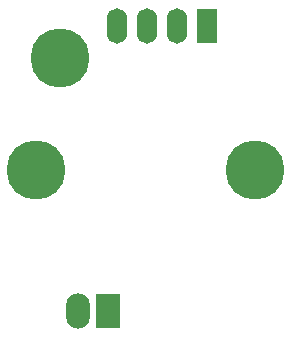
<source format=gbr>
G04 #@! TF.FileFunction,Soldermask,Bot*
%FSLAX46Y46*%
G04 Gerber Fmt 4.6, Leading zero omitted, Abs format (unit mm)*
G04 Created by KiCad (PCBNEW 4.0.2-stable) date 3/13/2016 5:29:00 PM*
%MOMM*%
G01*
G04 APERTURE LIST*
%ADD10C,0.100000*%
%ADD11R,1.727200X3.000000*%
%ADD12O,1.727200X3.000000*%
%ADD13R,2.032000X3.000000*%
%ADD14O,2.032000X3.000000*%
%ADD15C,5.000000*%
G04 APERTURE END LIST*
D10*
D11*
X159200000Y-63800000D03*
D12*
X156660000Y-63800000D03*
X154120000Y-63800000D03*
X151580000Y-63800000D03*
D13*
X150795000Y-87968000D03*
D14*
X148255000Y-87968000D03*
D15*
X144750000Y-76000000D03*
X163250000Y-76000000D03*
X146750000Y-66500000D03*
M02*

</source>
